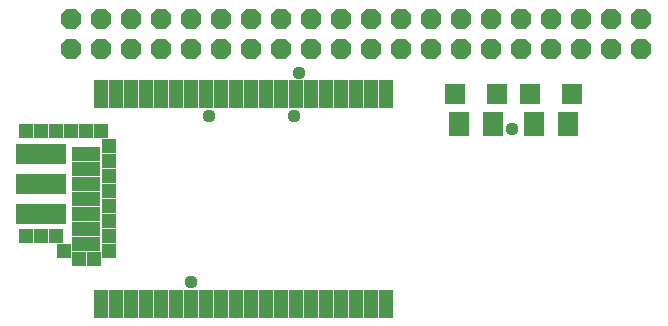
<source format=gts>
G75*
%MOIN*%
%OFA0B0*%
%FSLAX25Y25*%
%IPPOS*%
%LPD*%
%AMOC8*
5,1,8,0,0,1.08239X$1,22.5*
%
%ADD10R,0.16800X0.06800*%
%ADD11OC8,0.06800*%
%ADD12R,0.04800X0.09658*%
%ADD13R,0.09658X0.04800*%
%ADD14R,0.06706X0.06706*%
%ADD15R,0.07099X0.07898*%
%ADD16C,0.04400*%
%ADD17R,0.04762X0.04762*%
D10*
X0016800Y0051800D03*
X0016800Y0061800D03*
X0016800Y0071800D03*
D11*
X0026800Y0106800D03*
X0036800Y0106800D03*
X0046800Y0106800D03*
X0056800Y0106800D03*
X0066800Y0106800D03*
X0076800Y0106800D03*
X0086800Y0106800D03*
X0096800Y0106800D03*
X0106800Y0106800D03*
X0116800Y0106800D03*
X0126800Y0106800D03*
X0136800Y0106800D03*
X0146800Y0106800D03*
X0156800Y0106800D03*
X0166800Y0106800D03*
X0176800Y0106800D03*
X0186800Y0106800D03*
X0196800Y0106800D03*
X0206800Y0106800D03*
X0216800Y0106800D03*
X0216800Y0116800D03*
X0206800Y0116800D03*
X0196800Y0116800D03*
X0186800Y0116800D03*
X0176800Y0116800D03*
X0166800Y0116800D03*
X0156800Y0116800D03*
X0146800Y0116800D03*
X0136800Y0116800D03*
X0126800Y0116800D03*
X0116800Y0116800D03*
X0106800Y0116800D03*
X0096800Y0116800D03*
X0086800Y0116800D03*
X0076800Y0116800D03*
X0066800Y0116800D03*
X0056800Y0116800D03*
X0046800Y0116800D03*
X0036800Y0116800D03*
X0026800Y0116800D03*
D12*
X0036800Y0021800D03*
X0041800Y0021800D03*
X0046800Y0021800D03*
X0051800Y0021800D03*
X0056800Y0021800D03*
X0061800Y0021800D03*
X0066800Y0021800D03*
X0071800Y0021800D03*
X0076800Y0021800D03*
X0081800Y0021800D03*
X0086800Y0021800D03*
X0091800Y0021800D03*
X0096800Y0021800D03*
X0101800Y0021800D03*
X0106800Y0021800D03*
X0111800Y0021800D03*
X0116800Y0021800D03*
X0121800Y0021800D03*
X0126800Y0021800D03*
X0131800Y0021800D03*
X0131800Y0091800D03*
X0126800Y0091800D03*
X0121800Y0091800D03*
X0116800Y0091800D03*
X0111800Y0091800D03*
X0106800Y0091800D03*
X0101800Y0091800D03*
X0096800Y0091800D03*
X0091800Y0091800D03*
X0086800Y0091800D03*
X0081800Y0091800D03*
X0076800Y0091800D03*
X0071800Y0091800D03*
X0066800Y0091800D03*
X0061800Y0091800D03*
X0056800Y0091800D03*
X0051800Y0091800D03*
X0046800Y0091800D03*
X0041800Y0091800D03*
X0036800Y0091800D03*
D13*
X0031800Y0071800D03*
X0031800Y0066800D03*
X0031800Y0061800D03*
X0031800Y0056800D03*
X0031800Y0051800D03*
X0031800Y0046800D03*
X0031800Y0041800D03*
D14*
X0154910Y0091800D03*
X0168690Y0091800D03*
X0179910Y0091800D03*
X0193690Y0091800D03*
D15*
X0192398Y0081800D03*
X0181202Y0081800D03*
X0167398Y0081800D03*
X0156202Y0081800D03*
D16*
X0173600Y0080200D03*
X0102800Y0098800D03*
X0101000Y0084400D03*
X0072800Y0084400D03*
X0066800Y0029200D03*
D17*
X0039300Y0039300D03*
X0034300Y0036800D03*
X0029300Y0036800D03*
X0024300Y0039300D03*
X0021800Y0044300D03*
X0016800Y0044300D03*
X0011800Y0044300D03*
X0039300Y0044300D03*
X0039300Y0049300D03*
X0039300Y0054300D03*
X0039300Y0059300D03*
X0039300Y0064300D03*
X0039300Y0069300D03*
X0039300Y0074300D03*
X0036800Y0079300D03*
X0031800Y0079300D03*
X0026800Y0079300D03*
X0021800Y0079300D03*
X0016800Y0079300D03*
X0011800Y0079300D03*
M02*

</source>
